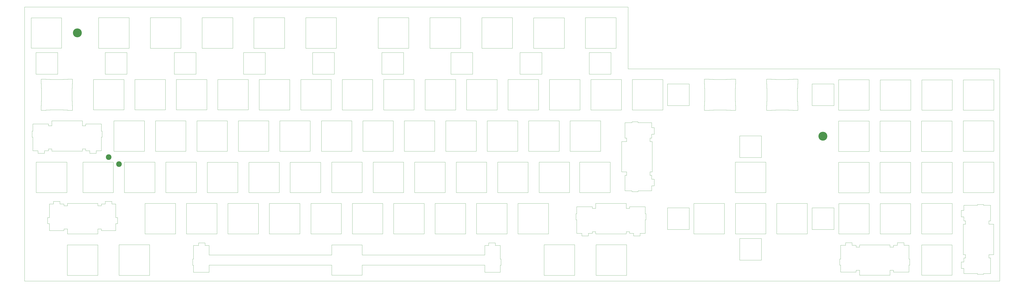
<source format=gts>
%TF.GenerationSoftware,KiCad,Pcbnew,9.0.1*%
%TF.CreationDate,2026-01-03T11:04:56+01:00*%
%TF.ProjectId,A500KBPlate,41353030-4b42-4506-9c61-74652e6b6963,rev?*%
%TF.SameCoordinates,Original*%
%TF.FileFunction,Soldermask,Top*%
%TF.FilePolarity,Negative*%
%FSLAX46Y46*%
G04 Gerber Fmt 4.6, Leading zero omitted, Abs format (unit mm)*
G04 Created by KiCad (PCBNEW 9.0.1) date 2026-01-03 11:04:56*
%MOMM*%
%LPD*%
G01*
G04 APERTURE LIST*
%ADD10C,2.600000*%
%ADD11C,4.100000*%
%TA.AperFunction,Profile*%
%ADD12C,0.050000*%
%TD*%
%TA.AperFunction,Profile*%
%ADD13C,0.120000*%
%TD*%
%TA.AperFunction,Profile*%
%ADD14C,0.100000*%
%TD*%
G04 APERTURE END LIST*
D10*
%TO.C,H1*%
X64135000Y-303530000D03*
%TD*%
%TO.C,H2*%
X68834000Y-306705000D03*
%TD*%
D11*
%TO.C,H4*%
X392450000Y-293850000D03*
%TD*%
%TO.C,H3*%
X49750000Y-246150000D03*
%TD*%
D12*
X25400000Y-234220000D02*
X26035000Y-234220000D01*
X25400000Y-360680000D02*
X25400000Y-234220000D01*
X26035000Y-234220000D02*
X302895000Y-234220000D01*
X473710000Y-262795000D02*
X473710000Y-360680000D01*
X302895000Y-262795000D02*
X473710000Y-262795000D01*
X302895000Y-234220000D02*
X302895000Y-262795000D01*
X473710000Y-360680000D02*
X25400000Y-360680000D01*
D13*
%TO.C,MX1*%
X28448400Y-239217600D02*
X42468400Y-239217600D01*
X28448400Y-253237600D02*
X28448400Y-239217600D01*
X42468400Y-239217600D02*
X42468400Y-253237600D01*
X42468400Y-253237600D02*
X28448400Y-253237600D01*
%TO.C,MX2*%
X33033600Y-267475600D02*
X33033600Y-269675600D01*
X33033600Y-269675600D02*
X33133600Y-269675600D01*
X33033600Y-279675600D02*
X33033600Y-281875600D01*
X33033600Y-279675600D02*
X33133600Y-279675600D01*
X33133600Y-269675600D02*
X33133600Y-271675600D01*
X33133600Y-271675600D02*
X33233600Y-271675600D01*
X33133600Y-277675600D02*
X33133600Y-279675600D01*
X33133600Y-277675600D02*
X33233600Y-277675600D01*
X33233600Y-277675600D02*
X33233600Y-271675600D01*
X35233600Y-267475600D02*
X33033600Y-267475600D01*
X35233600Y-267475600D02*
X35233600Y-267575600D01*
X35233600Y-281775600D02*
X35233600Y-281875600D01*
X35233600Y-281875600D02*
X33033600Y-281875600D01*
X37233600Y-267575600D02*
X35233600Y-267575600D01*
X37233600Y-267575600D02*
X37233600Y-267675600D01*
X37233600Y-267675600D02*
X43233600Y-267675600D01*
X37233600Y-281675600D02*
X37233600Y-281775600D01*
X37233600Y-281775600D02*
X35233600Y-281775600D01*
X43233600Y-267575600D02*
X43233600Y-267675600D01*
X43233600Y-281675600D02*
X37233600Y-281675600D01*
X43233600Y-281675600D02*
X43233600Y-281775600D01*
X45233600Y-267475600D02*
X45233600Y-267575600D01*
X45233600Y-267575600D02*
X43233600Y-267575600D01*
X45233600Y-281775600D02*
X43233600Y-281775600D01*
X45233600Y-281775600D02*
X45233600Y-281875600D01*
X47233600Y-271675600D02*
X47233600Y-277675600D01*
X47233600Y-271675600D02*
X47333600Y-271675600D01*
X47233600Y-277675600D02*
X47333600Y-277675600D01*
X47333600Y-269675600D02*
X47333600Y-271675600D01*
X47333600Y-269675600D02*
X47433600Y-269675600D01*
X47333600Y-277675600D02*
X47333600Y-279675600D01*
X47333600Y-279675600D02*
X47433600Y-279675600D01*
X47433600Y-267475600D02*
X45233600Y-267475600D01*
X47433600Y-267475600D02*
X47433600Y-269675600D01*
X47433600Y-279675600D02*
X47433600Y-281875600D01*
X47433600Y-281875600D02*
X45233600Y-281875600D01*
%TO.C,MX4*%
X30774800Y-305747200D02*
X44874800Y-305747200D01*
X30774800Y-319847200D02*
X30774800Y-305747200D01*
X44874800Y-305747200D02*
X44874800Y-319847200D01*
X44874800Y-319847200D02*
X30774800Y-319847200D01*
%TO.C,MX6*%
X45041200Y-343948800D02*
X59141200Y-343948800D01*
X45041200Y-358048800D02*
X45041200Y-343948800D01*
X59141200Y-343948800D02*
X59141200Y-358048800D01*
X59141200Y-358048800D02*
X45041200Y-358048800D01*
%TO.C,MX8*%
X57099600Y-267665600D02*
X71119600Y-267665600D01*
X57099600Y-281685600D02*
X57099600Y-267665600D01*
X71119600Y-267665600D02*
X71119600Y-281685600D01*
X71119600Y-281685600D02*
X57099600Y-281685600D01*
%TO.C,MX10*%
X52252400Y-305787200D02*
X66272400Y-305787200D01*
X52252400Y-319807200D02*
X52252400Y-305787200D01*
X66272400Y-305787200D02*
X66272400Y-319807200D01*
X66272400Y-319807200D02*
X52252400Y-319807200D01*
%TO.C,MX12*%
X68845200Y-343927200D02*
X82945200Y-343927200D01*
X68845200Y-358027200D02*
X68845200Y-343927200D01*
X82945200Y-343927200D02*
X82945200Y-358027200D01*
X82945200Y-358027200D02*
X68845200Y-358027200D01*
%TO.C,MX13*%
X83221600Y-239177600D02*
X97321600Y-239177600D01*
X83221600Y-253277600D02*
X83221600Y-239177600D01*
X97321600Y-239177600D02*
X97321600Y-253277600D01*
X97321600Y-253277600D02*
X83221600Y-253277600D01*
%TO.C,MX14*%
X76149600Y-267665600D02*
X90169600Y-267665600D01*
X76149600Y-281685600D02*
X76149600Y-267665600D01*
X90169600Y-267665600D02*
X90169600Y-281685600D01*
X90169600Y-281685600D02*
X76149600Y-281685600D01*
%TO.C,MX16*%
X71323600Y-305816400D02*
X85343600Y-305816400D01*
X71323600Y-319836400D02*
X71323600Y-305816400D01*
X85343600Y-305816400D02*
X85343600Y-319836400D01*
X85343600Y-319836400D02*
X71323600Y-319836400D01*
%TO.C,MX17*%
X80823200Y-324866400D02*
X94843200Y-324866400D01*
X80823200Y-338886400D02*
X80823200Y-324866400D01*
X94843200Y-324866400D02*
X94843200Y-338886400D01*
X94843200Y-338886400D02*
X80823200Y-338886400D01*
%TO.C,MX18*%
X107046800Y-239177600D02*
X121146800Y-239177600D01*
X107046800Y-253277600D02*
X107046800Y-239177600D01*
X121146800Y-239177600D02*
X121146800Y-253277600D01*
X121146800Y-253277600D02*
X107046800Y-253277600D01*
%TO.C,MX19*%
X95199600Y-267665600D02*
X109219600Y-267665600D01*
X95199600Y-281685600D02*
X95199600Y-267665600D01*
X109219600Y-267665600D02*
X109219600Y-281685600D01*
X109219600Y-281685600D02*
X95199600Y-281685600D01*
%TO.C,MX20*%
X104648400Y-286741000D02*
X118668400Y-286741000D01*
X104648400Y-300761000D02*
X104648400Y-286741000D01*
X118668400Y-286741000D02*
X118668400Y-300761000D01*
X118668400Y-300761000D02*
X104648400Y-300761000D01*
%TO.C,MX21*%
X90373600Y-305816400D02*
X104393600Y-305816400D01*
X90373600Y-319836400D02*
X90373600Y-305816400D01*
X104393600Y-305816400D02*
X104393600Y-319836400D01*
X104393600Y-319836400D02*
X90373600Y-319836400D01*
%TO.C,MX22*%
X99873200Y-324866400D02*
X113893200Y-324866400D01*
X99873200Y-338886400D02*
X99873200Y-324866400D01*
X113893200Y-324866400D02*
X113893200Y-338886400D01*
X113893200Y-338886400D02*
X99873200Y-338886400D01*
%TO.C,MX23*%
X130872000Y-239177600D02*
X144972000Y-239177600D01*
X130872000Y-253277600D02*
X130872000Y-239177600D01*
X144972000Y-239177600D02*
X144972000Y-253277600D01*
X144972000Y-253277600D02*
X130872000Y-253277600D01*
%TO.C,MX24*%
X114249600Y-267665600D02*
X128269600Y-267665600D01*
X114249600Y-281685600D02*
X114249600Y-267665600D01*
X128269600Y-267665600D02*
X128269600Y-281685600D01*
X128269600Y-281685600D02*
X114249600Y-281685600D01*
%TO.C,MX25*%
X123698400Y-286766400D02*
X137718400Y-286766400D01*
X123698400Y-300786400D02*
X123698400Y-286766400D01*
X137718400Y-286766400D02*
X137718400Y-300786400D01*
X137718400Y-300786400D02*
X123698400Y-300786400D01*
%TO.C,MX26*%
X109444800Y-305838000D02*
X123464800Y-305838000D01*
X109444800Y-319858000D02*
X109444800Y-305838000D01*
X123464800Y-305838000D02*
X123464800Y-319858000D01*
X123464800Y-319858000D02*
X109444800Y-319858000D01*
%TO.C,MX27*%
X118923200Y-324866400D02*
X132943200Y-324866400D01*
X118923200Y-338886400D02*
X118923200Y-324866400D01*
X132943200Y-324866400D02*
X132943200Y-338886400D01*
X132943200Y-338886400D02*
X118923200Y-338886400D01*
%TO.C,MX28*%
X154697200Y-239177600D02*
X168797200Y-239177600D01*
X154697200Y-253277600D02*
X154697200Y-239177600D01*
X168797200Y-239177600D02*
X168797200Y-253277600D01*
X168797200Y-253277600D02*
X154697200Y-253277600D01*
%TO.C,MX30*%
X142748400Y-286766400D02*
X156768400Y-286766400D01*
X142748400Y-300786400D02*
X142748400Y-286766400D01*
X156768400Y-286766400D02*
X156768400Y-300786400D01*
X156768400Y-300786400D02*
X142748400Y-300786400D01*
%TO.C,MX32*%
X137973200Y-324866400D02*
X151993200Y-324866400D01*
X137973200Y-338886400D02*
X137973200Y-324866400D01*
X151993200Y-324866400D02*
X151993200Y-338886400D01*
X151993200Y-338886400D02*
X137973200Y-338886400D01*
%TO.C,MX34*%
X187971200Y-239177600D02*
X202071200Y-239177600D01*
X187971200Y-253277600D02*
X187971200Y-239177600D01*
X202071200Y-239177600D02*
X202071200Y-253277600D01*
X202071200Y-253277600D02*
X187971200Y-253277600D01*
%TO.C,MX35*%
X152400400Y-267716400D02*
X166420400Y-267716400D01*
X152400400Y-281736400D02*
X152400400Y-267716400D01*
X166420400Y-267716400D02*
X166420400Y-281736400D01*
X166420400Y-281736400D02*
X152400400Y-281736400D01*
%TO.C,MX37*%
X147553200Y-305838000D02*
X161573200Y-305838000D01*
X147553200Y-319858000D02*
X147553200Y-305838000D01*
X161573200Y-305838000D02*
X161573200Y-319858000D01*
X161573200Y-319858000D02*
X147553200Y-319858000D01*
%TO.C,MX38*%
X157074000Y-324866400D02*
X171094000Y-324866400D01*
X157074000Y-338886400D02*
X157074000Y-324866400D01*
X171094000Y-324866400D02*
X171094000Y-338886400D01*
X171094000Y-338886400D02*
X157074000Y-338886400D01*
%TO.C,MX39*%
X211796400Y-239177600D02*
X225896400Y-239177600D01*
X211796400Y-253277600D02*
X211796400Y-239177600D01*
X225896400Y-239177600D02*
X225896400Y-253277600D01*
X225896400Y-253277600D02*
X211796400Y-253277600D01*
%TO.C,MX40*%
X171450400Y-267716400D02*
X185470400Y-267716400D01*
X171450400Y-281736400D02*
X171450400Y-267716400D01*
X185470400Y-267716400D02*
X185470400Y-281736400D01*
X185470400Y-281736400D02*
X171450400Y-281736400D01*
%TO.C,MX41*%
X180950000Y-286766400D02*
X194970000Y-286766400D01*
X180950000Y-300786400D02*
X180950000Y-286766400D01*
X194970000Y-286766400D02*
X194970000Y-300786400D01*
X194970000Y-300786400D02*
X180950000Y-300786400D01*
%TO.C,MX42*%
X166624400Y-305816400D02*
X180644400Y-305816400D01*
X166624400Y-319836400D02*
X166624400Y-305816400D01*
X180644400Y-305816400D02*
X180644400Y-319836400D01*
X180644400Y-319836400D02*
X166624400Y-319836400D01*
%TO.C,MX43*%
X176102800Y-324866400D02*
X190122800Y-324866400D01*
X176102800Y-338886400D02*
X176102800Y-324866400D01*
X190122800Y-324866400D02*
X190122800Y-338886400D01*
X190122800Y-338886400D02*
X176102800Y-338886400D01*
%TO.C,MX45*%
X190500400Y-267716400D02*
X204520400Y-267716400D01*
X190500400Y-281736400D02*
X190500400Y-267716400D01*
X204520400Y-267716400D02*
X204520400Y-281736400D01*
X204520400Y-281736400D02*
X190500400Y-281736400D01*
%TO.C,MX46*%
X200000000Y-286766400D02*
X214020000Y-286766400D01*
X200000000Y-300786400D02*
X200000000Y-286766400D01*
X214020000Y-286766400D02*
X214020000Y-300786400D01*
X214020000Y-300786400D02*
X200000000Y-300786400D01*
%TO.C,MX47*%
X185674400Y-305816400D02*
X199694400Y-305816400D01*
X185674400Y-319836400D02*
X185674400Y-305816400D01*
X199694400Y-305816400D02*
X199694400Y-319836400D01*
X199694400Y-319836400D02*
X185674400Y-319836400D01*
%TO.C,MX49*%
X259468000Y-239199200D02*
X273568000Y-239199200D01*
X259468000Y-253299200D02*
X259468000Y-239199200D01*
X273568000Y-239199200D02*
X273568000Y-253299200D01*
X273568000Y-253299200D02*
X259468000Y-253299200D01*
%TO.C,MX50*%
X209601200Y-267716400D02*
X223621200Y-267716400D01*
X209601200Y-281736400D02*
X209601200Y-267716400D01*
X223621200Y-267716400D02*
X223621200Y-281736400D01*
X223621200Y-281736400D02*
X209601200Y-281736400D01*
%TO.C,MX51*%
X219100800Y-286766400D02*
X233120800Y-286766400D01*
X219100800Y-300786400D02*
X219100800Y-286766400D01*
X233120800Y-286766400D02*
X233120800Y-300786400D01*
X233120800Y-300786400D02*
X219100800Y-300786400D01*
%TO.C,MX52*%
X204775200Y-305816400D02*
X218795200Y-305816400D01*
X204775200Y-319836400D02*
X204775200Y-305816400D01*
X218795200Y-305816400D02*
X218795200Y-319836400D01*
X218795200Y-319836400D02*
X204775200Y-319836400D01*
%TO.C,MX53*%
X214173200Y-324866400D02*
X228193200Y-324866400D01*
X214173200Y-338886400D02*
X214173200Y-324866400D01*
X228193200Y-324866400D02*
X228193200Y-338886400D01*
X228193200Y-338886400D02*
X214173200Y-338886400D01*
%TO.C,MX54*%
X283272000Y-239177600D02*
X297372000Y-239177600D01*
X283272000Y-253277600D02*
X283272000Y-239177600D01*
X297372000Y-239177600D02*
X297372000Y-253277600D01*
X297372000Y-253277600D02*
X283272000Y-253277600D01*
%TO.C,MX55*%
X228651200Y-267716400D02*
X242671200Y-267716400D01*
X228651200Y-281736400D02*
X228651200Y-267716400D01*
X242671200Y-267716400D02*
X242671200Y-281736400D01*
X242671200Y-281736400D02*
X228651200Y-281736400D01*
%TO.C,MX56*%
X238150800Y-286766400D02*
X252170800Y-286766400D01*
X238150800Y-300786400D02*
X238150800Y-286766400D01*
X252170800Y-286766400D02*
X252170800Y-300786400D01*
X252170800Y-300786400D02*
X238150800Y-300786400D01*
%TO.C,MX57*%
X223876000Y-305816400D02*
X237896000Y-305816400D01*
X223876000Y-319836400D02*
X223876000Y-305816400D01*
X237896000Y-305816400D02*
X237896000Y-319836400D01*
X237896000Y-319836400D02*
X223876000Y-319836400D01*
%TO.C,MX58*%
X233223200Y-324866400D02*
X247243200Y-324866400D01*
X233223200Y-338886400D02*
X233223200Y-324866400D01*
X247243200Y-324866400D02*
X247243200Y-338886400D01*
X247243200Y-338886400D02*
X233223200Y-338886400D01*
%TO.C,MX59*%
X264251600Y-343898000D02*
X278351600Y-343898000D01*
X264251600Y-357998000D02*
X264251600Y-343898000D01*
X278351600Y-343898000D02*
X278351600Y-357998000D01*
X278351600Y-357998000D02*
X264251600Y-357998000D01*
%TO.C,MX60*%
X247701200Y-267716400D02*
X261721200Y-267716400D01*
X247701200Y-281736400D02*
X247701200Y-267716400D01*
X261721200Y-267716400D02*
X261721200Y-281736400D01*
X261721200Y-281736400D02*
X247701200Y-281736400D01*
%TO.C,MX61*%
X257200800Y-286766400D02*
X271220800Y-286766400D01*
X257200800Y-300786400D02*
X257200800Y-286766400D01*
X271220800Y-286766400D02*
X271220800Y-300786400D01*
X271220800Y-300786400D02*
X257200800Y-300786400D01*
%TO.C,MX62*%
X242926000Y-305816400D02*
X256946000Y-305816400D01*
X242926000Y-319836400D02*
X242926000Y-305816400D01*
X256946000Y-305816400D02*
X256946000Y-319836400D01*
X256946000Y-319836400D02*
X242926000Y-319836400D01*
%TO.C,MX63*%
X252273200Y-324866400D02*
X266293200Y-324866400D01*
X252273200Y-338886400D02*
X252273200Y-324866400D01*
X266293200Y-324866400D02*
X266293200Y-338886400D01*
X266293200Y-338886400D02*
X252273200Y-338886400D01*
%TO.C,MX64*%
X288127600Y-343898000D02*
X302227600Y-343898000D01*
X288127600Y-357998000D02*
X288127600Y-343898000D01*
X302227600Y-343898000D02*
X302227600Y-357998000D01*
X302227600Y-357998000D02*
X288127600Y-357998000D01*
%TO.C,MX65*%
X266751200Y-267716400D02*
X280771200Y-267716400D01*
X266751200Y-281736400D02*
X266751200Y-267716400D01*
X280771200Y-267716400D02*
X280771200Y-281736400D01*
X280771200Y-281736400D02*
X266751200Y-281736400D01*
%TO.C,MX67*%
X261976000Y-305816400D02*
X275996000Y-305816400D01*
X261976000Y-319836400D02*
X261976000Y-305816400D01*
X275996000Y-305816400D02*
X275996000Y-319836400D01*
X275996000Y-319836400D02*
X261976000Y-319836400D01*
%TO.C,MX68*%
X278895600Y-329576400D02*
X278895600Y-332376400D01*
X279270600Y-326346400D02*
X279270600Y-329576400D01*
X279270600Y-329576400D02*
X278895600Y-329576400D01*
X279270600Y-332376400D02*
X278895600Y-332376400D01*
X279270600Y-338646400D02*
X279270600Y-332376400D01*
X281595600Y-338646400D02*
X279270600Y-338646400D01*
X281595600Y-339846400D02*
X281595600Y-338646400D01*
X284595600Y-339846400D02*
X281595600Y-339846400D01*
X284595600Y-339846400D02*
X284595600Y-338646400D01*
X286420600Y-326346400D02*
X279270600Y-326346400D01*
X286420600Y-327146400D02*
X286420600Y-326346400D01*
X286420600Y-337846400D02*
X287995600Y-337846400D01*
X286420600Y-338646400D02*
X284595600Y-338646400D01*
X286420600Y-338646400D02*
X286420600Y-337846400D01*
X287995600Y-324876400D02*
X301995600Y-324876400D01*
X287995600Y-327146400D02*
X286420600Y-327146400D01*
X287995600Y-327146400D02*
X287995600Y-324876400D01*
X287995600Y-337846400D02*
X287995600Y-338876400D01*
X301995600Y-327146400D02*
X301995600Y-324876400D01*
X301995600Y-337846400D02*
X301995600Y-338876400D01*
X301995600Y-338876400D02*
X287995600Y-338876400D01*
X303570600Y-326346400D02*
X310720600Y-326346400D01*
X303570600Y-327146400D02*
X301995600Y-327146400D01*
X303570600Y-327146400D02*
X303570600Y-326346400D01*
X303570600Y-337846400D02*
X301995600Y-337846400D01*
X303570600Y-338646400D02*
X303570600Y-337846400D01*
X305395600Y-338646400D02*
X303570600Y-338646400D01*
X305395600Y-339846400D02*
X305395600Y-338646400D01*
X305395600Y-339846400D02*
X308395600Y-339846400D01*
X308395600Y-339846400D02*
X308395600Y-338646400D01*
X310720600Y-326346400D02*
X310720600Y-329576400D01*
X310720600Y-329576400D02*
X311095600Y-329576400D01*
X310720600Y-332376400D02*
X311095600Y-332376400D01*
X310720600Y-338646400D02*
X308395600Y-338646400D01*
X310720600Y-338646400D02*
X310720600Y-332376400D01*
X311095600Y-329576400D02*
X311095600Y-332376400D01*
%TO.C,MX69*%
X285801200Y-267716400D02*
X299821200Y-267716400D01*
X285801200Y-281736400D02*
X285801200Y-267716400D01*
X299821200Y-267716400D02*
X299821200Y-281736400D01*
X299821200Y-281736400D02*
X285801200Y-281736400D01*
%TO.C,MX71*%
X280626400Y-319836600D02*
X280626400Y-305816600D01*
X294646400Y-305816600D02*
X280626400Y-305816600D01*
X294646400Y-305816600D02*
X294646400Y-319836600D01*
X294646400Y-319836600D02*
X280626400Y-319836600D01*
X299952400Y-296297600D02*
X299952400Y-310297600D01*
X301422400Y-287572600D02*
X304652400Y-287572600D01*
X301422400Y-294722600D02*
X301422400Y-287572600D01*
X301422400Y-311872600D02*
X301422400Y-319022600D01*
X301422400Y-319022600D02*
X304652400Y-319022600D01*
X302222400Y-294722600D02*
X301422400Y-294722600D01*
X302222400Y-296297600D02*
X299952400Y-296297600D01*
X302222400Y-296297600D02*
X302222400Y-294722600D01*
X302222400Y-310297600D02*
X299952400Y-310297600D01*
X302222400Y-311872600D02*
X301422400Y-311872600D01*
X302222400Y-311872600D02*
X302222400Y-310297600D01*
X304652400Y-287197600D02*
X307452400Y-287197600D01*
X304652400Y-287572600D02*
X304652400Y-287197600D01*
X304652400Y-319022600D02*
X304652400Y-319397600D01*
X304652400Y-319397600D02*
X307452400Y-319397600D01*
X307452400Y-287572600D02*
X307452400Y-287197600D01*
X307452400Y-319022600D02*
X307452400Y-319397600D01*
X312922400Y-294722600D02*
X312922400Y-296297600D01*
X312922400Y-296297600D02*
X313952400Y-296297600D01*
X312922400Y-310297600D02*
X313952400Y-310297600D01*
X312922400Y-311872600D02*
X312922400Y-310297600D01*
X313722400Y-287572600D02*
X307452400Y-287572600D01*
X313722400Y-289897600D02*
X313722400Y-287572600D01*
X313722400Y-294722600D02*
X312922400Y-294722600D01*
X313722400Y-294722600D02*
X313722400Y-292897600D01*
X313722400Y-311872600D02*
X312922400Y-311872600D01*
X313722400Y-313697600D02*
X313722400Y-311872600D01*
X313722400Y-319022600D02*
X307452400Y-319022600D01*
X313722400Y-319022600D02*
X313722400Y-316697600D01*
X313952400Y-310297600D02*
X313952400Y-296297600D01*
X314922400Y-289897600D02*
X313722400Y-289897600D01*
X314922400Y-292897600D02*
X313722400Y-292897600D01*
X314922400Y-292897600D02*
X314922400Y-289897600D01*
X314922400Y-313697600D02*
X313722400Y-313697600D01*
X314922400Y-313697600D02*
X314922400Y-316697600D01*
X314922400Y-316697600D02*
X313722400Y-316697600D01*
%TO.C,MX72*%
X304851200Y-267716400D02*
X318871200Y-267716400D01*
X304851200Y-281736400D02*
X304851200Y-267716400D01*
X318871200Y-267716400D02*
X318871200Y-281736400D01*
X318871200Y-281736400D02*
X304851200Y-281736400D01*
%TO.C,MX73*%
X337914000Y-267526400D02*
X337914000Y-269726400D01*
X337914000Y-269726400D02*
X338014000Y-269726400D01*
X337914000Y-279726400D02*
X337914000Y-281926400D01*
X337914000Y-279726400D02*
X338014000Y-279726400D01*
X338014000Y-269726400D02*
X338014000Y-271726400D01*
X338014000Y-271726400D02*
X338114000Y-271726400D01*
X338014000Y-277726400D02*
X338014000Y-279726400D01*
X338014000Y-277726400D02*
X338114000Y-277726400D01*
X338114000Y-277726400D02*
X338114000Y-271726400D01*
X340114000Y-267526400D02*
X337914000Y-267526400D01*
X340114000Y-267526400D02*
X340114000Y-267626400D01*
X340114000Y-281826400D02*
X340114000Y-281926400D01*
X340114000Y-281926400D02*
X337914000Y-281926400D01*
X342114000Y-267626400D02*
X340114000Y-267626400D01*
X342114000Y-267626400D02*
X342114000Y-267726400D01*
X342114000Y-267726400D02*
X348114000Y-267726400D01*
X342114000Y-281726400D02*
X342114000Y-281826400D01*
X342114000Y-281826400D02*
X340114000Y-281826400D01*
X348114000Y-267626400D02*
X348114000Y-267726400D01*
X348114000Y-281726400D02*
X342114000Y-281726400D01*
X348114000Y-281726400D02*
X348114000Y-281826400D01*
X350114000Y-267526400D02*
X350114000Y-267626400D01*
X350114000Y-267626400D02*
X348114000Y-267626400D01*
X350114000Y-281826400D02*
X348114000Y-281826400D01*
X350114000Y-281826400D02*
X350114000Y-281926400D01*
X352114000Y-271726400D02*
X352114000Y-277726400D01*
X352114000Y-271726400D02*
X352214000Y-271726400D01*
X352114000Y-277726400D02*
X352214000Y-277726400D01*
X352214000Y-269726400D02*
X352214000Y-271726400D01*
X352214000Y-269726400D02*
X352314000Y-269726400D01*
X352214000Y-277726400D02*
X352214000Y-279726400D01*
X352214000Y-279726400D02*
X352314000Y-279726400D01*
X352314000Y-267526400D02*
X350114000Y-267526400D01*
X352314000Y-267526400D02*
X352314000Y-269726400D01*
X352314000Y-279726400D02*
X352314000Y-281926400D01*
X352314000Y-281926400D02*
X350114000Y-281926400D01*
%TO.C,MX74*%
X333146800Y-324866400D02*
X347166800Y-324866400D01*
X333146800Y-338886400D02*
X333146800Y-324866400D01*
X347166800Y-324866400D02*
X347166800Y-338886400D01*
X347166800Y-338886400D02*
X333146800Y-338886400D01*
%TO.C,MX75*%
X352196800Y-305816400D02*
X366216800Y-305816400D01*
X352196800Y-319836400D02*
X352196800Y-305816400D01*
X366216800Y-305816400D02*
X366216800Y-319836400D01*
X366216800Y-319836400D02*
X352196800Y-319836400D01*
%TO.C,MX76*%
X352226400Y-324866400D02*
X366246400Y-324866400D01*
X352226400Y-338886400D02*
X352226400Y-324866400D01*
X366246400Y-324866400D02*
X366246400Y-338886400D01*
X366246400Y-338886400D02*
X352226400Y-338886400D01*
%TO.C,MX77*%
X366514400Y-267526400D02*
X366514400Y-269726400D01*
X366514400Y-269726400D02*
X366614400Y-269726400D01*
X366514400Y-279726400D02*
X366514400Y-281926400D01*
X366514400Y-279726400D02*
X366614400Y-279726400D01*
X366614400Y-269726400D02*
X366614400Y-271726400D01*
X366614400Y-271726400D02*
X366714400Y-271726400D01*
X366614400Y-277726400D02*
X366614400Y-279726400D01*
X366614400Y-277726400D02*
X366714400Y-277726400D01*
X366714400Y-277726400D02*
X366714400Y-271726400D01*
X368714400Y-267526400D02*
X366514400Y-267526400D01*
X368714400Y-267526400D02*
X368714400Y-267626400D01*
X368714400Y-281826400D02*
X368714400Y-281926400D01*
X368714400Y-281926400D02*
X366514400Y-281926400D01*
X370714400Y-267626400D02*
X368714400Y-267626400D01*
X370714400Y-267626400D02*
X370714400Y-267726400D01*
X370714400Y-267726400D02*
X376714400Y-267726400D01*
X370714400Y-281726400D02*
X370714400Y-281826400D01*
X370714400Y-281826400D02*
X368714400Y-281826400D01*
X376714400Y-267626400D02*
X376714400Y-267726400D01*
X376714400Y-281726400D02*
X370714400Y-281726400D01*
X376714400Y-281726400D02*
X376714400Y-281826400D01*
X378714400Y-267526400D02*
X378714400Y-267626400D01*
X378714400Y-267626400D02*
X376714400Y-267626400D01*
X378714400Y-281826400D02*
X376714400Y-281826400D01*
X378714400Y-281826400D02*
X378714400Y-281926400D01*
X380714400Y-271726400D02*
X380714400Y-277726400D01*
X380714400Y-271726400D02*
X380814400Y-271726400D01*
X380714400Y-277726400D02*
X380814400Y-277726400D01*
X380814400Y-269726400D02*
X380814400Y-271726400D01*
X380814400Y-269726400D02*
X380914400Y-269726400D01*
X380814400Y-277726400D02*
X380814400Y-279726400D01*
X380814400Y-279726400D02*
X380914400Y-279726400D01*
X380914400Y-267526400D02*
X378714400Y-267526400D01*
X380914400Y-267526400D02*
X380914400Y-269726400D01*
X380914400Y-279726400D02*
X380914400Y-281926400D01*
X380914400Y-281926400D02*
X378714400Y-281926400D01*
%TO.C,MX78*%
X371246800Y-324866400D02*
X385266800Y-324866400D01*
X371246800Y-338886400D02*
X371246800Y-324866400D01*
X385266800Y-324866400D02*
X385266800Y-338886400D01*
X385266800Y-338886400D02*
X371246800Y-338886400D01*
%TO.C,MX79*%
X399694800Y-267767200D02*
X413714800Y-267767200D01*
X399694800Y-281787200D02*
X399694800Y-267767200D01*
X413714800Y-267767200D02*
X413714800Y-281787200D01*
X413714800Y-281787200D02*
X399694800Y-281787200D01*
%TO.C,MX80*%
X399694800Y-286817200D02*
X413714800Y-286817200D01*
X399694800Y-300837200D02*
X399694800Y-286817200D01*
X413714800Y-286817200D02*
X413714800Y-300837200D01*
X413714800Y-300837200D02*
X399694800Y-300837200D01*
%TO.C,MX81*%
X399694800Y-305867200D02*
X413714800Y-305867200D01*
X399694800Y-319887200D02*
X399694800Y-305867200D01*
X413714800Y-305867200D02*
X413714800Y-319887200D01*
X413714800Y-319887200D02*
X399694800Y-319887200D01*
%TO.C,MX82*%
X399724400Y-324888000D02*
X413744400Y-324888000D01*
X399724400Y-338908000D02*
X399724400Y-324888000D01*
X413744400Y-324888000D02*
X413744400Y-338908000D01*
X413744400Y-338908000D02*
X399724400Y-338908000D01*
%TO.C,MX83*%
X400174250Y-353251800D02*
X400174250Y-350451800D01*
X400549250Y-344181800D02*
X400549250Y-350451800D01*
X400549250Y-344181800D02*
X402874250Y-344181800D01*
X400549250Y-350451800D02*
X400174250Y-350451800D01*
X400549250Y-353251800D02*
X400174250Y-353251800D01*
X400549250Y-356481800D02*
X400549250Y-353251800D01*
X402874250Y-342981800D02*
X402874250Y-344181800D01*
X405874250Y-342981800D02*
X402874250Y-342981800D01*
X405874250Y-342981800D02*
X405874250Y-344181800D01*
X405874250Y-344181800D02*
X407699250Y-344181800D01*
X407699250Y-344181800D02*
X407699250Y-344981800D01*
X407699250Y-344981800D02*
X409274250Y-344981800D01*
X407699250Y-355681800D02*
X407699250Y-356481800D01*
X407699250Y-355681800D02*
X409274250Y-355681800D01*
X407699250Y-356481800D02*
X400549250Y-356481800D01*
X409274250Y-343951800D02*
X423274250Y-343951800D01*
X409274250Y-344981800D02*
X409274250Y-343951800D01*
X409274250Y-355681800D02*
X409274250Y-357951800D01*
X423274250Y-344981800D02*
X423274250Y-343951800D01*
X423274250Y-355681800D02*
X423274250Y-357951800D01*
X423274250Y-355681800D02*
X424849250Y-355681800D01*
X423274250Y-357951800D02*
X409274250Y-357951800D01*
X424849250Y-344181800D02*
X424849250Y-344981800D01*
X424849250Y-344181800D02*
X426674250Y-344181800D01*
X424849250Y-344981800D02*
X423274250Y-344981800D01*
X424849250Y-355681800D02*
X424849250Y-356481800D01*
X424849250Y-356481800D02*
X431999250Y-356481800D01*
X426674250Y-342981800D02*
X426674250Y-344181800D01*
X426674250Y-342981800D02*
X429674250Y-342981800D01*
X429674250Y-342981800D02*
X429674250Y-344181800D01*
X429674250Y-344181800D02*
X431999250Y-344181800D01*
X431999250Y-344181800D02*
X431999250Y-350451800D01*
X431999250Y-350451800D02*
X432374250Y-350451800D01*
X431999250Y-353251800D02*
X432374250Y-353251800D01*
X431999250Y-356481800D02*
X431999250Y-353251800D01*
X432374250Y-353251800D02*
X432374250Y-350451800D01*
%TO.C,MX85*%
X418744800Y-286817200D02*
X432764800Y-286817200D01*
X418744800Y-300837200D02*
X418744800Y-286817200D01*
X432764800Y-286817200D02*
X432764800Y-300837200D01*
X432764800Y-300837200D02*
X418744800Y-300837200D01*
%TO.C,MX86*%
X418744800Y-305867200D02*
X432764800Y-305867200D01*
X418744800Y-319887200D02*
X418744800Y-305867200D01*
X432764800Y-305867200D02*
X432764800Y-319887200D01*
X432764800Y-319887200D02*
X418744800Y-319887200D01*
%TO.C,MX87*%
X418774400Y-324888000D02*
X432794400Y-324888000D01*
X418774400Y-338908000D02*
X418774400Y-324888000D01*
X432794400Y-324888000D02*
X432794400Y-338908000D01*
X432794400Y-338908000D02*
X418774400Y-338908000D01*
%TO.C,MX88*%
X437896400Y-267818000D02*
X451916400Y-267818000D01*
X437896400Y-281838000D02*
X437896400Y-267818000D01*
X451916400Y-267818000D02*
X451916400Y-281838000D01*
X451916400Y-281838000D02*
X437896400Y-281838000D01*
%TO.C,MX89*%
X437794800Y-286817200D02*
X451814800Y-286817200D01*
X437794800Y-300837200D02*
X437794800Y-286817200D01*
X451814800Y-286817200D02*
X451814800Y-300837200D01*
X451814800Y-300837200D02*
X437794800Y-300837200D01*
%TO.C,MX90*%
X437845600Y-305867200D02*
X451865600Y-305867200D01*
X437845600Y-319887200D02*
X437845600Y-305867200D01*
X451865600Y-305867200D02*
X451865600Y-319887200D01*
X451865600Y-319887200D02*
X437845600Y-319887200D01*
%TO.C,MX91*%
X437845600Y-324866400D02*
X451865600Y-324866400D01*
X437845600Y-338886400D02*
X437845600Y-324866400D01*
X451865600Y-324866400D02*
X451865600Y-338886400D01*
X451865600Y-338886400D02*
X437845600Y-338886400D01*
%TO.C,MX92*%
X437824400Y-343938000D02*
X451844400Y-343938000D01*
X437824400Y-357958000D02*
X437824400Y-343938000D01*
X451844400Y-343938000D02*
X451844400Y-357958000D01*
X451844400Y-357958000D02*
X437824400Y-357958000D01*
%TO.C,MX93*%
X456997200Y-267818000D02*
X471017200Y-267818000D01*
X456997200Y-281838000D02*
X456997200Y-267818000D01*
X471017200Y-267818000D02*
X471017200Y-281838000D01*
X471017200Y-281838000D02*
X456997200Y-281838000D01*
%TO.C,MX94*%
X456997200Y-286766400D02*
X471017200Y-286766400D01*
X456997200Y-300786400D02*
X456997200Y-286766400D01*
X471017200Y-286766400D02*
X471017200Y-300786400D01*
X471017200Y-300786400D02*
X456997200Y-300786400D01*
%TO.C,MX95*%
X456997200Y-305816400D02*
X471017200Y-305816400D01*
X456997200Y-319836400D02*
X456997200Y-305816400D01*
X471017200Y-305816400D02*
X471017200Y-319836400D01*
X471017200Y-319836400D02*
X456997200Y-319836400D01*
%TO.C,MX96*%
X456011800Y-328026800D02*
X457211800Y-328026800D01*
X456011800Y-331026800D02*
X456011800Y-328026800D01*
X456011800Y-331026800D02*
X457211800Y-331026800D01*
X456011800Y-351826800D02*
X456011800Y-354826800D01*
X456011800Y-351826800D02*
X457211800Y-351826800D01*
X456011800Y-354826800D02*
X457211800Y-354826800D01*
X456981800Y-334426800D02*
X456981800Y-348426800D01*
X457211800Y-325701800D02*
X457211800Y-328026800D01*
X457211800Y-325701800D02*
X463481800Y-325701800D01*
X457211800Y-331026800D02*
X457211800Y-332851800D01*
X457211800Y-332851800D02*
X458011800Y-332851800D01*
X457211800Y-350001800D02*
X457211800Y-351826800D01*
X457211800Y-350001800D02*
X458011800Y-350001800D01*
X457211800Y-354826800D02*
X457211800Y-357151800D01*
X457211800Y-357151800D02*
X463481800Y-357151800D01*
X458011800Y-332851800D02*
X458011800Y-334426800D01*
X458011800Y-334426800D02*
X456981800Y-334426800D01*
X458011800Y-348426800D02*
X456981800Y-348426800D01*
X458011800Y-350001800D02*
X458011800Y-348426800D01*
X463481800Y-325701800D02*
X463481800Y-325326800D01*
X463481800Y-357151800D02*
X463481800Y-357526800D01*
X466281800Y-325326800D02*
X463481800Y-325326800D01*
X466281800Y-325701800D02*
X466281800Y-325326800D01*
X466281800Y-357151800D02*
X466281800Y-357526800D01*
X466281800Y-357526800D02*
X463481800Y-357526800D01*
X468711800Y-332851800D02*
X468711800Y-334426800D01*
X468711800Y-332851800D02*
X469511800Y-332851800D01*
X468711800Y-334426800D02*
X470981800Y-334426800D01*
X468711800Y-348426800D02*
X468711800Y-350001800D01*
X468711800Y-348426800D02*
X470981800Y-348426800D01*
X468711800Y-350001800D02*
X469511800Y-350001800D01*
X469511800Y-325701800D02*
X466281800Y-325701800D01*
X469511800Y-332851800D02*
X469511800Y-325701800D01*
X469511800Y-350001800D02*
X469511800Y-357151800D01*
X469511800Y-357151800D02*
X466281800Y-357151800D01*
X470981800Y-348426800D02*
X470981800Y-334426800D01*
%TO.C,MX9*%
X66527200Y-286737200D02*
X80547200Y-286737200D01*
X66527200Y-300757200D02*
X66527200Y-286737200D01*
X80547200Y-286737200D02*
X80547200Y-300757200D01*
X80547200Y-300757200D02*
X66527200Y-300757200D01*
%TO.C,MX15*%
X85598400Y-286741000D02*
X99618400Y-286741000D01*
X85598400Y-300761000D02*
X85598400Y-286741000D01*
X99618400Y-286741000D02*
X99618400Y-300761000D01*
X99618400Y-300761000D02*
X85598400Y-300761000D01*
%TO.C,MX7*%
X59447200Y-239177600D02*
X73547200Y-239177600D01*
X59447200Y-253277600D02*
X59447200Y-239177600D01*
X73547200Y-239177600D02*
X73547200Y-253277600D01*
X73547200Y-253277600D02*
X59447200Y-253277600D01*
%TO.C,MX3*%
X28877050Y-291447200D02*
X28877050Y-294247200D01*
X29252050Y-288217200D02*
X29252050Y-291447200D01*
X29252050Y-291447200D02*
X28877050Y-291447200D01*
X29252050Y-294247200D02*
X28877050Y-294247200D01*
X29252050Y-300517200D02*
X29252050Y-294247200D01*
X31577050Y-300517200D02*
X29252050Y-300517200D01*
X31577050Y-301717200D02*
X31577050Y-300517200D01*
X34577050Y-301717200D02*
X31577050Y-301717200D01*
X34577050Y-301717200D02*
X34577050Y-300517200D01*
X36402050Y-288217200D02*
X29252050Y-288217200D01*
X36402050Y-289017200D02*
X36402050Y-288217200D01*
X36402050Y-299717200D02*
X37977050Y-299717200D01*
X36402050Y-300517200D02*
X34577050Y-300517200D01*
X36402050Y-300517200D02*
X36402050Y-299717200D01*
X37977050Y-286747200D02*
X51977050Y-286747200D01*
X37977050Y-289017200D02*
X36402050Y-289017200D01*
X37977050Y-289017200D02*
X37977050Y-286747200D01*
X37977050Y-299717200D02*
X37977050Y-300747200D01*
X51977050Y-289017200D02*
X51977050Y-286747200D01*
X51977050Y-299717200D02*
X51977050Y-300747200D01*
X51977050Y-300747200D02*
X37977050Y-300747200D01*
X53552050Y-288217200D02*
X60702050Y-288217200D01*
X53552050Y-289017200D02*
X51977050Y-289017200D01*
X53552050Y-289017200D02*
X53552050Y-288217200D01*
X53552050Y-299717200D02*
X51977050Y-299717200D01*
X53552050Y-300517200D02*
X53552050Y-299717200D01*
X55377050Y-300517200D02*
X53552050Y-300517200D01*
X55377050Y-301717200D02*
X55377050Y-300517200D01*
X55377050Y-301717200D02*
X58377050Y-301717200D01*
X58377050Y-301717200D02*
X58377050Y-300517200D01*
X60702050Y-288217200D02*
X60702050Y-291447200D01*
X60702050Y-291447200D02*
X61077050Y-291447200D01*
X60702050Y-294247200D02*
X61077050Y-294247200D01*
X60702050Y-300517200D02*
X58377050Y-300517200D01*
X60702050Y-300517200D02*
X60702050Y-294247200D01*
X61077050Y-291447200D02*
X61077050Y-294247200D01*
%TO.C,MX36*%
X161900000Y-286766400D02*
X175920000Y-286766400D01*
X161900000Y-300786400D02*
X161900000Y-286766400D01*
X175920000Y-286766400D02*
X175920000Y-300786400D01*
X175920000Y-300786400D02*
X161900000Y-300786400D01*
%TO.C,MX31*%
X128524400Y-305838000D02*
X142544400Y-305838000D01*
X128524400Y-319858000D02*
X128524400Y-305838000D01*
X142544400Y-305838000D02*
X142544400Y-319858000D01*
X142544400Y-319858000D02*
X128524400Y-319858000D01*
%TO.C,MX29*%
X133329200Y-267687200D02*
X147349200Y-267687200D01*
X133329200Y-281707200D02*
X133329200Y-267687200D01*
X147349200Y-267687200D02*
X147349200Y-281707200D01*
X147349200Y-281707200D02*
X133329200Y-281707200D01*
%TO.C,MX48*%
X195123200Y-324866400D02*
X209143200Y-324866400D01*
X195123200Y-338886400D02*
X195123200Y-324866400D01*
X209143200Y-324866400D02*
X209143200Y-338886400D01*
X209143200Y-338886400D02*
X195123200Y-338886400D01*
%TO.C,MX66*%
X276250800Y-286766400D02*
X290270800Y-286766400D01*
X276250800Y-300786400D02*
X276250800Y-286766400D01*
X290270800Y-286766400D02*
X290270800Y-300786400D01*
X290270800Y-300786400D02*
X276250800Y-300786400D01*
%TO.C,MX84*%
X418795600Y-267818000D02*
X432815600Y-267818000D01*
X418795600Y-281838000D02*
X418795600Y-267818000D01*
X432815600Y-267818000D02*
X432815600Y-281838000D01*
X432815600Y-281838000D02*
X418795600Y-281838000D01*
%TO.C,MX44*%
X235621600Y-239177600D02*
X249721600Y-239177600D01*
X235621600Y-253277600D02*
X235621600Y-239177600D01*
X249721600Y-239177600D02*
X249721600Y-253277600D01*
X249721600Y-253277600D02*
X235621600Y-253277600D01*
%TO.C,MX33*%
X102719000Y-353331800D02*
X102719000Y-350531800D01*
X103094000Y-344261800D02*
X103094000Y-350531800D01*
X103094000Y-344261800D02*
X105419000Y-344261800D01*
X103094000Y-350531800D02*
X102719000Y-350531800D01*
X103094000Y-353331800D02*
X102719000Y-353331800D01*
X103094000Y-356561800D02*
X103094000Y-353331800D01*
X105419000Y-343061800D02*
X105419000Y-344261800D01*
X108419000Y-343061800D02*
X105419000Y-343061800D01*
X108419000Y-343061800D02*
X108419000Y-344261800D01*
X108419000Y-344261800D02*
X110244000Y-344261800D01*
X110244000Y-344261800D02*
X110244000Y-348651800D01*
X110244000Y-348651800D02*
X166609000Y-348651800D01*
X110244000Y-353251800D02*
X110244000Y-356561800D01*
X110244000Y-353251800D02*
X166609000Y-353251800D01*
X110244000Y-356561800D02*
X103094000Y-356561800D01*
X166609000Y-343951800D02*
X180609000Y-343951800D01*
X166609000Y-348651800D02*
X166609000Y-343951800D01*
X166609000Y-353251800D02*
X166609000Y-357951800D01*
X180609000Y-348651800D02*
X180609000Y-343951800D01*
X180609000Y-353251800D02*
X180609000Y-357951800D01*
X180609000Y-353251800D02*
X236974000Y-353251800D01*
X180609000Y-357951800D02*
X166609000Y-357951800D01*
X236974000Y-344261800D02*
X236974000Y-348651800D01*
X236974000Y-344261800D02*
X238799000Y-344261800D01*
X236974000Y-348651800D02*
X180609000Y-348651800D01*
X236974000Y-353251800D02*
X236974000Y-356561800D01*
X236974000Y-356561800D02*
X244124000Y-356561800D01*
X238799000Y-343061800D02*
X238799000Y-344261800D01*
X238799000Y-343061800D02*
X241799000Y-343061800D01*
X241799000Y-343061800D02*
X241799000Y-344261800D01*
X241799000Y-344261800D02*
X244124000Y-344261800D01*
X244124000Y-344261800D02*
X244124000Y-350531800D01*
X244124000Y-350531800D02*
X244499000Y-350531800D01*
X244124000Y-353331800D02*
X244499000Y-353331800D01*
X244124000Y-356561800D02*
X244124000Y-353331800D01*
X244499000Y-353331800D02*
X244499000Y-350531800D01*
%TO.C,LEDC6*%
D14*
X189638850Y-255200000D02*
X199638850Y-255200000D01*
X199638850Y-265200000D01*
X189638850Y-265200000D01*
X189638850Y-255200000D01*
%TO.C,LEDC10*%
X321000000Y-269726400D02*
X331000000Y-269726400D01*
X331000000Y-279726400D01*
X321000000Y-279726400D01*
X321000000Y-269726400D01*
%TO.C,LEDC7*%
X221425900Y-255200000D02*
X231425900Y-255200000D01*
X231425900Y-265200000D01*
X221425900Y-265200000D01*
X221425900Y-255200000D01*
%TO.C,LEDC5*%
X157851800Y-255200000D02*
X167851800Y-255200000D01*
X167851800Y-265200000D01*
X157851800Y-265200000D01*
X157851800Y-255200000D01*
%TO.C,LEDC12*%
X387500000Y-269726400D02*
X397500000Y-269726400D01*
X397500000Y-279726400D01*
X387500000Y-279726400D01*
X387500000Y-269726400D01*
%TO.C,LEDC13*%
X387500000Y-326876400D02*
X397500000Y-326876400D01*
X397500000Y-336876400D01*
X387500000Y-336876400D01*
X387500000Y-326876400D01*
%TO.C,LEDC9*%
X285000000Y-255200000D02*
X295000000Y-255200000D01*
X295000000Y-265200000D01*
X285000000Y-265200000D01*
X285000000Y-255200000D01*
D13*
%TO.C,MX5+11*%
X36020000Y-334176400D02*
X36020000Y-331376400D01*
X36895000Y-325106400D02*
X36895000Y-331376400D01*
X36895000Y-325106400D02*
X38720000Y-325106400D01*
X36895000Y-331376400D02*
X36020000Y-331376400D01*
X36895000Y-334176400D02*
X36020000Y-334176400D01*
X36895000Y-337406400D02*
X36895000Y-334176400D01*
X38720000Y-323906400D02*
X38720000Y-325106400D01*
X41720000Y-323906400D02*
X38720000Y-323906400D01*
X41720000Y-323906400D02*
X41720000Y-325106400D01*
X41720000Y-325106400D02*
X43545000Y-325106400D01*
X43545000Y-325106400D02*
X43545000Y-325906400D01*
X43545000Y-325906400D02*
X45120000Y-325906400D01*
X43545000Y-336606400D02*
X43545000Y-337406400D01*
X43545000Y-336606400D02*
X45120000Y-336606400D01*
X43545000Y-337406400D02*
X36895000Y-337406400D01*
X45120000Y-324876400D02*
X59120000Y-324876400D01*
X45120000Y-325906400D02*
X45120000Y-324876400D01*
X45120000Y-336606400D02*
X45120000Y-338876400D01*
X59120000Y-325906400D02*
X59120000Y-324876400D01*
X59120000Y-336606400D02*
X59120000Y-338876400D01*
X59120000Y-336606400D02*
X60695000Y-336606400D01*
X59120000Y-338876400D02*
X45120000Y-338876400D01*
X60695000Y-325106400D02*
X60695000Y-325906400D01*
X60695000Y-325106400D02*
X62520000Y-325106400D01*
X60695000Y-325906400D02*
X59120000Y-325906400D01*
X60695000Y-336606400D02*
X60695000Y-337406400D01*
X60695000Y-337406400D02*
X67345000Y-337406400D01*
X62520000Y-323906400D02*
X62520000Y-325106400D01*
X62520000Y-323906400D02*
X65520000Y-323906400D01*
X65520000Y-323906400D02*
X65520000Y-325106400D01*
X65520000Y-325106400D02*
X67345000Y-325106400D01*
X67345000Y-325106400D02*
X67345000Y-331376400D01*
X67345000Y-331376400D02*
X68220000Y-331376400D01*
X67345000Y-334176400D02*
X68220000Y-334176400D01*
X67345000Y-337406400D02*
X67345000Y-334176400D01*
X68220000Y-334176400D02*
X68220000Y-331376400D01*
%TO.C,LEDC3*%
D14*
X94277700Y-255200000D02*
X104277700Y-255200000D01*
X104277700Y-265200000D01*
X94277700Y-265200000D01*
X94277700Y-255200000D01*
%TO.C,LEDC15*%
X321000000Y-326850000D02*
X331000000Y-326850000D01*
X331000000Y-336850000D01*
X321000000Y-336850000D01*
X321000000Y-326850000D01*
%TO.C,LEDC1*%
X30703600Y-255200000D02*
X40703600Y-255200000D01*
X40703600Y-265200000D01*
X30703600Y-265200000D01*
X30703600Y-255200000D01*
%TO.C,LEDC2*%
X62490650Y-255200000D02*
X72490650Y-255200000D01*
X72490650Y-265200000D01*
X62490650Y-265200000D01*
X62490650Y-255200000D01*
%TO.C,LEDC11*%
X354150000Y-293700000D02*
X364150000Y-293700000D01*
X364150000Y-303700000D01*
X354150000Y-303700000D01*
X354150000Y-293700000D01*
%TO.C,LEDC4*%
X126064750Y-255200000D02*
X136064750Y-255200000D01*
X136064750Y-265200000D01*
X126064750Y-265200000D01*
X126064750Y-255200000D01*
%TO.C,LEDC8*%
X253212950Y-255200000D02*
X263212950Y-255200000D01*
X263212950Y-265200000D01*
X253212950Y-265200000D01*
X253212950Y-255200000D01*
%TO.C,LEDC14*%
X354200000Y-341000000D02*
X364200000Y-341000000D01*
X364200000Y-351000000D01*
X354200000Y-351000000D01*
X354200000Y-341000000D01*
%TD*%
M02*

</source>
